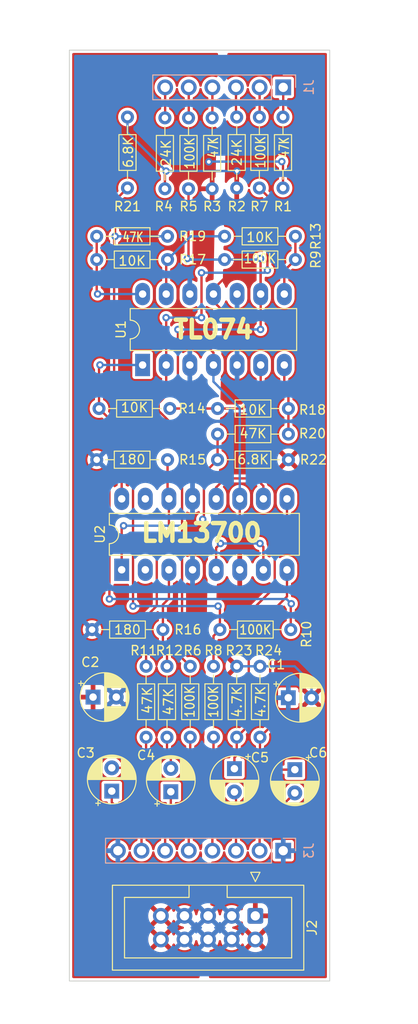
<source format=kicad_pcb>
(kicad_pcb (version 20211014) (generator pcbnew)
  (layers (0 "F.Cu" signal) (31 "B.Cu" signal) (34 "B.Paste" user) (35 "F.Paste" user) (36 "B.SilkS" user "B.Silkscreen") (37 "F.SilkS" user "F.Silkscreen") (38 "B.Mask" user) (39 "F.Mask" user) (44 "Edge.Cuts" user))
  (net 0 "")
  (net 1 "GND")
  (net 2 "-12V")
  (net 3 "+12V")
  (net 4 "/IN2")
  (net 5 "Net-(C3-Pad2)")
  (net 6 "/IN1")
  (net 7 "Net-(C4-Pad2)")
  (net 8 "Net-(C5-Pad1)")
  (net 9 "/OUT2")
  (net 10 "Net-(C6-Pad1)")
  (net 11 "/OUT1")
  (net 12 "/POT1_CW")
  (net 13 "/POT1_CCW")
  (net 14 "/POT2_CW")
  (net 15 "/POT2_CCW")
  (net 16 "/POT2")
  (net 17 "/MOD2")
  (net 18 "/POT1")
  (net 19 "/MOD1")
  (net 20 "Net-(R12-Pad1)")
  (net 21 "Net-(R19-Pad1)")
  (net 23 "Net-(U2-Pad5)")
  (net 24 "Net-(U2-Pad10)")
  (net 26 "/SUM1")
  (net 27 "/SUM2")
  (net 28 "/V2A")
  (net 29 "/V1A")
  (net 30 "/V2B")
  (net 31 "/V1B")
  (net 32 "/V2C")
  (net 33 "/V1C")
  (net 34 "Net-(R11-Pad1)")
  (net 35 "/V1D")
  (footprint "Resistor_THT:R_Axial_DIN0204_L3.6mm_D1.6mm_P7.62mm_Horizontal" (layer "F.Cu") (at 54.559987 77.999996 180)
    (fp_text reference "R22" (at -2.69 0) (layer "F.SilkS"))
    (fp_text value "6.8K" (at 3.81 0.021996) (layer "F.SilkS"))
    (pad "1" thru_hole circle (at 0 0 180) (size 1.4 1.4) (drill 0.7) (layers *.Cu *.Mask) (net 2 "-12V"))
    (pad "2" thru_hole oval (at 7.62 0 180) (size 1.4 1.4) (drill 0.7) (layers *.Cu *.Mask) (net 35 "/V1D"))
  )
  (footprint "Package_DIP:DIP-14_W7.62mm_LongPads" (layer "F.Cu") (at 38.875 67.825 90)
    (fp_text reference "U1" (at 3.81 -2.33 90) (layer "F.SilkS"))
    (fp_text value "TL074")
    (pad "1" thru_hole rect (at 0 0 90) (size 2.4 1.6) (drill 0.8) (layers *.Cu *.Mask) (net 29 "/V1A"))
    (pad "2" thru_hole oval (at 0 2.54 90) (size 2.4 1.6) (drill 0.8) (layers *.Cu *.Mask) (net 26 "/SUM1"))
    (pad "3" thru_hole oval (at 0 5.08 90) (size 2.4 1.6) (drill 0.8) (layers *.Cu *.Mask) (net 1 "GND"))
    (pad "4" thru_hole oval (at 0 7.62 90) (size 2.4 1.6) (drill 0.8) (layers *.Cu *.Mask) (net 3 "+12V"))
    (pad "5" thru_hole oval (at 0 10.16 90) (size 2.4 1.6) (drill 0.8) (layers *.Cu *.Mask) (net 1 "GND"))
    (pad "6" thru_hole oval (at 0 12.7 90) (size 2.4 1.6) (drill 0.8) (layers *.Cu *.Mask) (net 31 "/V1B"))
    (pad "7" thru_hole oval (at 0 15.24 90) (size 2.4 1.6) (drill 0.8) (layers *.Cu *.Mask) (net 33 "/V1C"))
    (pad "8" thru_hole oval (at 7.62 15.24 90) (size 2.4 1.6) (drill 0.8) (layers *.Cu *.Mask) (net 28 "/V2A"))
    (pad "9" thru_hole oval (at 7.62 12.7 90) (size 2.4 1.6) (drill 0.8) (layers *.Cu *.Mask) (net 27 "/SUM2"))
    (pad "10" thru_hole oval (at 7.62 10.16 90) (size 2.4 1.6) (drill 0.8) (layers *.Cu *.Mask) (net 1 "GND"))
    (pad "11" thru_hole oval (at 7.62 7.62 90) (size 2.4 1.6) (drill 0.8) (layers *.Cu *.Mask) (net 2 "-12V"))
    (pad "12" thru_hole oval (at 7.62 5.08 90) (size 2.4 1.6) (drill 0.8) (layers *.Cu *.Mask) (net 1 "GND"))
    (pad "13" thru_hole oval (at 7.62 2.54 90) (size 2.4 1.6) (drill 0.8) (layers *.Cu *.Mask) (net 30 "/V2B"))
    (pad "14" thru_hole oval (at 7.62 0 90) (size 2.4 1.6) (drill 0.8) (layers *.Cu *.Mask) (net 32 "/V2C"))
  )
  (footprint "Package_DIP:DIP-16_W7.62mm_LongPads" (layer "F.Cu") (at 36.625 89.825 90)
    (fp_text reference "U2" (at 3.81 -2.33 90) (layer "F.SilkS"))
    (fp_text value "LM13700")
    (pad "1" thru_hole rect (at 0 0 90) (size 2.4 1.6) (drill 0.8) (layers *.Cu *.Mask) (net 35 "/V1D"))
    (pad "2" thru_hole oval (at 0 2.54 90) (size 2.4 1.6) (drill 0.8) (layers *.Cu *.Mask))
    (pad "3" thru_hole oval (at 0 5.08 90) (size 2.4 1.6) (drill 0.8) (layers *.Cu *.Mask) (net 20 "Net-(R12-Pad1)"))
    (pad "4" thru_hole oval (at 0 7.62 90) (size 2.4 1.6) (drill 0.8) (layers *.Cu *.Mask) (net 1 "GND"))
    (pad "5" thru_hole oval (at 0 10.16 90) (size 2.4 1.6) (drill 0.8) (layers *.Cu *.Mask) (net 23 "Net-(U2-Pad5)"))
    (pad "6" thru_hole oval (at 0 12.7 90) (size 2.4 1.6) (drill 0.8) (layers *.Cu *.Mask) (net 2 "-12V"))
    (pad "7" thru_hole oval (at 0 15.24 90) (size 2.4 1.6) (drill 0.8) (layers *.Cu *.Mask) (net 23 "Net-(U2-Pad5)"))
    (pad "8" thru_hole oval (at 0 17.78 90) (size 2.4 1.6) (drill 0.8) (layers *.Cu *.Mask) (net 10 "Net-(C6-Pad1)"))
    (pad "9" thru_hole oval (at 7.62 17.78 90) (size 2.4 1.6) (drill 0.8) (layers *.Cu *.Mask) (net 8 "Net-(C5-Pad1)"))
    (pad "10" thru_hole oval (at 7.62 15.24 90) (size 2.4 1.6) (drill 0.8) (layers *.Cu *.Mask) (net 24 "Net-(U2-Pad10)"))
    (pad "11" thru_hole oval (at 7.62 12.7 90) (size 2.4 1.6) (drill 0.8) (layers *.Cu *.Mask) (net 3 "+12V"))
    (pad "12" thru_hole oval (at 7.62 10.16 90) (size 2.4 1.6) (drill 0.8) (layers *.Cu *.Mask) (net 24 "Net-(U2-Pad10)"))
    (pad "13" thru_hole oval (at 7.62 7.62 90) (size 2.4 1.6) (drill 0.8) (layers *.Cu *.Mask) (net 1 "GND"))
    (pad "14" thru_hole oval (at 7.62 5.08 90) (size 2.4 1.6) (drill 0.8) (layers *.Cu *.Mask) (net 34 "Net-(R11-Pad1)"))
    (pad "15" thru_hole oval (at 7.62 2.54 90) (size 2.4 1.6) (drill 0.8) (layers *.Cu *.Mask))
    (pad "16" thru_hole oval (at 7.62 0 90) (size 2.4 1.6) (drill 0.8) (layers *.Cu *.Mask) (net 21 "Net-(R19-Pad1)"))
  )
  (footprint "Resistor_THT:R_Axial_DIN0204_L3.6mm_D1.6mm_P7.62mm_Horizontal" (layer "F.Cu") (at 37.249989 41.190012 -90)
    (fp_text reference "R21" (at 9.609988 0 180) (layer "F.SilkS"))
    (fp_text value "6.8K" (at 3.768 -0.088011 90) (layer "F.SilkS"))
    (pad "1" thru_hole circle (at 0 0 270) (size 1.4 1.4) (drill 0.7) (layers *.Cu *.Mask) (net 2 "-12V"))
    (pad "2" thru_hole oval (at 7.62 0 270) (size 1.4 1.4) (drill 0.7) (layers *.Cu *.Mask) (net 21 "Net-(R19-Pad1)"))
  )
  (footprint "Resistor_THT:R_Axial_DIN0204_L3.6mm_D1.6mm_P7.62mm_Horizontal" (layer "F.Cu") (at 41.499993 100.189995 -90)
    (fp_text reference "R12" (at -1.69 -0.25 180) (layer "F.SilkS"))
    (fp_text value "47K" (at 3.81 -0.168007 90) (layer "F.SilkS"))
    (pad "1" thru_hole circle (at 0 0 270) (size 1.4 1.4) (drill 0.7) (layers *.Cu *.Mask) (net 20 "Net-(R12-Pad1)"))
    (pad "2" thru_hole oval (at 7.62 0 270) (size 1.4 1.4) (drill 0.7) (layers *.Cu *.Mask) (net 7 "Net-(C4-Pad2)"))
  )
  (footprint "Capacitor_THT:CP_Radial_D5.0mm_P2.50mm" (layer "F.Cu") (at 41.91 113.665 90)
    (fp_text reference "C4" (at 3.915 -2.66 180) (layer "F.SilkS"))
    (fp_text value "2.2uF")
    (pad "1" thru_hole rect (at 0 0 90) (size 1.6 1.6) (drill 0.8) (layers *.Cu *.Mask) (net 6 "/IN1"))
    (pad "2" thru_hole circle (at 2.5 0 90) (size 1.6 1.6) (drill 0.8) (layers *.Cu *.Mask) (net 7 "Net-(C4-Pad2)"))
  )
  (footprint "Resistor_THT:R_Axial_DIN0204_L3.6mm_D1.6mm_P7.62mm_Horizontal" (layer "F.Cu") (at 51.435 41.190012 -90)
    (fp_text reference "R7" (at 9.609988 0 180) (layer "F.SilkS"))
    (fp_text value "100K" (at 3.767988 -0.127 90) (layer "F.SilkS") (effects (font (size 1 0.889))))
    (pad "1" thru_hole circle (at 0 0 270) (size 1.4 1.4) (drill 0.7) (layers *.Cu *.Mask) (net 18 "/POT1"))
    (pad "2" thru_hole oval (at 7.62 0 270) (size 1.4 1.4) (drill 0.7) (layers *.Cu *.Mask) (net 26 "/SUM1"))
  )
  (footprint "Resistor_THT:R_Axial_DIN0204_L3.6mm_D1.6mm_P7.62mm_Horizontal" (layer "F.Cu") (at 33.439989 96.249998)
    (fp_text reference "R16" (at 10.31 0) (layer "F.SilkS"))
    (fp_text value "180" (at 3.81 0.016002) (layer "F.SilkS"))
    (pad "1" thru_hole circle (at 0 0) (size 1.4 1.4) (drill 0.7) (layers *.Cu *.Mask) (net 1 "GND"))
    (pad "2" thru_hole oval (at 7.62 0) (size 1.4 1.4) (drill 0.7) (layers *.Cu *.Mask) (net 20 "Net-(R12-Pad1)"))
  )
  (footprint "Resistor_THT:R_Axial_DIN0204_L3.6mm_D1.6mm_P7.62mm_Horizontal" (layer "F.Cu") (at 43.815 41.275 -90)
    (fp_text reference "R5" (at 9.525 0 180) (layer "F.SilkS"))
    (fp_text value "100K" (at 3.81 -0.127 90) (layer "F.SilkS") (effects (font (size 1 0.889))))
    (pad "1" thru_hole circle (at 0 0 270) (size 1.4 1.4) (drill 0.7) (layers *.Cu *.Mask) (net 16 "/POT2"))
    (pad "2" thru_hole oval (at 7.62 0 270) (size 1.4 1.4) (drill 0.7) (layers *.Cu *.Mask) (net 27 "/SUM2"))
  )
  (footprint "Resistor_THT:R_Axial_DIN0204_L3.6mm_D1.6mm_P7.62mm_Horizontal" (layer "F.Cu") (at 33.939988 77.999996)
    (fp_text reference "R15" (at 10.31 0) (layer "F.SilkS"))
    (fp_text value "180" (at 3.81 -0.021996) (layer "F.SilkS"))
    (pad "1" thru_hole circle (at 0 0) (size 1.4 1.4) (drill 0.7) (layers *.Cu *.Mask) (net 1 "GND"))
    (pad "2" thru_hole oval (at 7.62 0) (size 1.4 1.4) (drill 0.7) (layers *.Cu *.Mask) (net 34 "Net-(R11-Pad1)"))
  )
  (footprint "Capacitor_THT:CP_Radial_D5.0mm_P2.50mm" (layer "F.Cu") (at 33.544888 103.5)
    (fp_text reference "C2" (at -0.294888 -3.75) (layer "F.SilkS"))
    (fp_text value "47uF")
    (pad "1" thru_hole rect (at 0 0) (size 1.6 1.6) (drill 0.8) (layers *.Cu *.Mask) (net 3 "+12V"))
    (pad "2" thru_hole circle (at 2.5 0) (size 1.6 1.6) (drill 0.8) (layers *.Cu *.Mask) (net 1 "GND"))
  )
  (footprint "Capacitor_THT:CP_Radial_D5.0mm_P2.50mm" (layer "F.Cu") (at 35.56 113.600113 90)
    (fp_text reference "C3" (at 4.100113 -2.81 180) (layer "F.SilkS"))
    (fp_text value "2.2uF")
    (pad "1" thru_hole rect (at 0 0 90) (size 1.6 1.6) (drill 0.8) (layers *.Cu *.Mask) (net 4 "/IN2"))
    (pad "2" thru_hole circle (at 2.5 0 90) (size 1.6 1.6) (drill 0.8) (layers *.Cu *.Mask) (net 5 "Net-(C3-Pad2)"))
  )
  (footprint "Resistor_THT:R_Axial_DIN0204_L3.6mm_D1.6mm_P7.62mm_Horizontal" (layer "F.Cu") (at 41.559988 56.499989 180)
    (fp_text reference "R17" (at -2.69 0) (layer "F.SilkS"))
    (fp_text value "10K" (at 3.81 -0.142011) (layer "F.SilkS"))
    (pad "1" thru_hole circle (at 0 0 180) (size 1.4 1.4) (drill 0.7) (layers *.Cu *.Mask) (net 30 "/V2B"))
    (pad "2" thru_hole oval (at 7.62 0 180) (size 1.4 1.4) (drill 0.7) (layers *.Cu *.Mask) (net 32 "/V2C"))
  )
  (footprint "Resistor_THT:R_Axial_DIN0204_L3.6mm_D1.6mm_P7.62mm_Horizontal" (layer "F.Cu") (at 46.939987 72.500007)
    (fp_text reference "R18" (at 10.21 0.144 180) (layer "F.SilkS"))
    (fp_text value "10K" (at 3.81 0.143993) (layer "F.SilkS"))
    (pad "1" thru_hole circle (at 0 0) (size 1.4 1.4) (drill 0.7) (layers *.Cu *.Mask) (net 31 "/V1B"))
    (pad "2" thru_hole oval (at 7.62 0) (size 1.4 1.4) (drill 0.7) (layers *.Cu *.Mask) (net 33 "/V1C"))
  )
  (footprint "Resistor_THT:R_Axial_DIN0204_L3.6mm_D1.6mm_P7.62mm_Horizontal" (layer "F.Cu") (at 46.500009 107.809995 90)
    (fp_text reference "R8" (at 9.31 0 180) (layer "F.SilkS"))
    (fp_text value "100K" (at 3.81 -0.00602 90) (layer "F.SilkS") (effects (font (size 1 0.889))))
    (pad "1" thru_hole circle (at 0 0 90) (size 1.4 1.4) (drill 0.7) (layers *.Cu *.Mask) (net 19 "/MOD1"))
    (pad "2" thru_hole oval (at 7.62 0 90) (size 1.4 1.4) (drill 0.7) (layers *.Cu *.Mask) (net 26 "/SUM1"))
  )
  (footprint "Resistor_THT:R_Axial_DIN0204_L3.6mm_D1.6mm_P7.62mm_Horizontal" (layer "F.Cu") (at 55.309999 53.999994 180)
    (fp_text reference "R13" (at -2.19 0 90) (layer "F.SilkS"))
    (fp_text value "10K" (at 3.81 -0.102006) (layer "F.SilkS"))
    (pad "1" thru_hole circle (at 0 0 180) (size 1.4 1.4) (drill 0.7) (layers *.Cu *.Mask) (net 28 "/V2A"))
    (pad "2" thru_hole oval (at 7.62 0 180) (size 1.4 1.4) (drill 0.7) (layers *.Cu *.Mask) (net 30 "/V2B"))
  )
  (footprint "Resistor_THT:R_Axial_DIN0204_L3.6mm_D1.6mm_P7.62mm_Horizontal" (layer "F.Cu") (at 41.275 41.275 -90)
    (fp_text reference "R4" (at 9.525 0.127 180) (layer "F.SilkS"))
    (fp_text value "24K" (at 3.81 -0.127 90) (layer "F.SilkS"))
    (pad "1" thru_hole circle (at 0 0 270) (size 1.4 1.4) (drill 0.7) (layers *.Cu *.Mask) (net 15 "/POT2_CCW"))
    (pad "2" thru_hole oval (at 7.62 0 270) (size 1.4 1.4) (drill 0.7) (layers *.Cu *.Mask) (net 2 "-12V"))
  )
  (footprint "Resistor_THT:R_Axial_DIN0204_L3.6mm_D1.6mm_P7.62mm_Horizontal" (layer "F.Cu") (at 43.999988 107.809995 90)
    (fp_text reference "R6" (at 9.31 0.25 180) (layer "F.SilkS"))
    (fp_text value "100K" (at 3.81 -0.045999 90) (layer "F.SilkS") (effects (font (size 1 0.889))))
    (pad "1" thru_hole circle (at 0 0 90) (size 1.4 1.4) (drill 0.7) (layers *.Cu *.Mask) (net 17 "/MOD2"))
    (pad "2" thru_hole oval (at 7.62 0 90) (size 1.4 1.4) (drill 0.7) (layers *.Cu *.Mask) (net 27 "/SUM2"))
  )
  (footprint "Resistor_THT:R_Axial_DIN0204_L3.6mm_D1.6mm_P7.62mm_Horizontal" (layer "F.Cu") (at 34.19 72.500007)
    (fp_text reference "R14" (at 10.006 0) (layer "F.SilkS"))
    (fp_text value "10K" (at 3.81 -0.110007) (layer "F.SilkS"))
    (pad "1" thru_hole circle (at 0 0) (size 1.4 1.4) (drill 0.7) (layers *.Cu *.Mask) (net 29 "/V1A"))
    (pad "2" thru_hole oval (at 7.62 0) (size 1.4 1.4) (drill 0.7) (layers *.Cu *.Mask) (net 31 "/V1B"))
  )
  (footprint "Capacitor_THT:CP_Radial_D5.0mm_P2.50mm" (layer "F.Cu") (at 54.544888 103.569887)
    (fp_text reference "C1" (at -1.304775 -3.569887) (layer "F.SilkS"))
    (fp_text value "47uF")
    (pad "1" thru_hole rect (at 0 0) (size 1.6 1.6) (drill 0.8) (layers *.Cu *.Mask) (net 1 "GND"))
    (pad "2" thru_hole circle (at 2.5 0) (size 1.6 1.6) (drill 0.8) (layers *.Cu *.Mask) (net 2 "-12V"))
  )
  (footprint "Resistor_THT:R_Axial_DIN0204_L3.6mm_D1.6mm_P7.62mm_Horizontal" (layer "F.Cu") (at 46.355 41.275 -90)
    (fp_text reference "R3" (at 9.525 0 180) (layer "F.SilkS"))
    (fp_text value "47K" (at 3.175 -0.127 90) (layer "F.SilkS") (effects (font (size 1 0.762))))
    (pad "1" thru_hole circle (at 0 0 270) (size 1.4 1.4) (drill 0.7) (layers *.Cu *.Mask) (net 14 "/POT2_CW"))
    (pad "2" thru_hole oval (at 7.62 0 270) (size 1.4 1.4) (drill 0.7) (layers *.Cu *.Mask) (net 3 "+12V"))
  )
  (footprint "Capacitor_THT:CP_Radial_D5.0mm_P2.50mm" (layer "F.Cu") (at 48.75 111.189888 -90)
    (fp_text reference "C5" (at -1.189888 -2.74 180) (layer "F.SilkS"))
    (fp_text value "2.2uF")
    (pad "1" thru_hole rect (at 0 0 270) (size 1.6 1.6) (drill 0.8) (layers *.Cu *.Mask) (net 8 "Net-(C5-Pad1)"))
    (pad "2" thru_hole circle (at 2.5 0 270) (size 1.6 1.6) (drill 0.8) (layers *.Cu *.Mask) (net 9 "/OUT2"))
  )
  (footprint "Resistor_THT:R_Axial_DIN0204_L3.6mm_D1.6mm_P7.62mm_Horizontal" (layer "F.Cu") (at 47.689999 56.499989)
    (fp_text reference "R9" (at 9.81 0 90) (layer "F.SilkS"))
    (fp_text value "100K" (at 3.81 -0.112) (layer "F.SilkS") (effects (font (size 1 0.889))))
    (pad "1" thru_hole circle (at 0 0) (size 1.4 1.4) (drill 0.7) (layers *.Cu *.Mask) (net 27 "/SUM2"))
    (pad "2" thru_hole oval (at 7.62 0) (size 1.4 1.4) (drill 0.7) (layers *.Cu *.Mask) (net 28 "/V2A"))
  )
  (footprint "Resistor_THT:R_Axial_DIN0204_L3.6mm_D1.6mm_P7.62mm_Horizontal" (layer "F.Cu") (at 39.25001 100.189995 -90)
    (fp_text reference "R11" (at -1.69 0.25 180) (layer "F.SilkS"))
    (fp_text value "47K" (at 3.660005 -0.13199 90) (layer "F.SilkS"))
    (pad "1" thru_hole circle (at 0 0 270) (size 1.4 1.4) (drill 0.7) (layers *.Cu *.Mask) (net 34 "Net-(R11-Pad1)"))
    (pad "2" thru_hole oval (at 7.62 0 270) (size 1.4 1.4) (drill 0.7) (layers *.Cu *.Mask) (net 5 "Net-(C3-Pad2)"))
  )
  (footprint "Resistor_THT:R_Axial_DIN0204_L3.6mm_D1.6mm_P7.62mm_Horizontal" (layer "F.Cu") (at 47.19 96.249998)
    (fp_text reference "R10" (at 9.31 0.5 90) (layer "F.SilkS"))
    (fp_text value "100K" (at 3.81 0.016002) (layer "F.SilkS") (effects (font (size 1 0.889))))
    (pad "1" thru_hole circle (at 0 0) (size 1.4 1.4) (drill 0.7) (layers *.Cu *.Mask) (net 26 "/SUM1"))
    (pad "2" thru_hole oval (at 7.62 0) (size 1.4 1.4) (drill 0.7) (layers *.Cu *.Mask) (net 29 "/V1A"))
  )
  (footprint "Resistor_THT:R_Axial_DIN0204_L3.6mm_D1.6mm_P7.62mm_Horizontal" (layer "F.Cu") (at 41.559988 53.999994 180)
    (fp_text reference "R19" (at -2.69 0) (layer "F.SilkS"))
    (fp_text value "47K" (at 3.713988 -0.102006) (layer "F.SilkS") (effects (font (size 1 0.762))))
    (pad "1" thru_hole circle (at 0 0 180) (size 1.4 1.4) (drill 0.7) (layers *.Cu *.Mask) (net 21 "Net-(R19-Pad1)"))
    (pad "2" thru_hole oval (at 7.62 0 180) (size 1.4 1.4) (drill 0.7) (layers *.Cu *.Mask) (net 32 "/V2C"))
  )
  (footprint "Resistor_THT:R_Axial_DIN0204_L3.6mm_D1.6mm_P7.62mm_Horizontal" (layer "F.Cu") (at 51.499999 100.189995 -90)
    (fp_text reference "R24" (at -1.69 -0.92) (layer "F.SilkS"))
    (fp_text value "4.7K" (at 3.81 -0.074001 90) (layer "F.SilkS"))
    (pad "1" thru_hole circle (at 0 0 270) (size 1.4 1.4) (drill 0.7) (layers *.Cu *.Mask) (net 2 "-12V"))
    (pad "2" thru_hole oval (at 7.62 0 270) (size 1.4 1.4) (drill 0.7) (layers *.Cu *.Mask) (net 10 "Net-(C6-Pad1)"))
  )
  (footprint "Resistor_THT:R_Axial_DIN0204_L3.6mm_D1.6mm_P7.62mm_Horizontal" (layer "F.Cu") (at 49.000004 41.190012 -90)
    (fp_text reference "R2" (at 9.609988 0 180) (layer "F.SilkS"))
    (fp_text value "24K" (at 3.81 -0.021996 90) (layer "F.SilkS"))
    (pad "1" thru_hole circle (at 0 0 270) (size 1.4 1.4) (drill 0.7) (layers *.Cu *.Mask) (net 13 "/POT1_CCW"))
    (pad "2" thru_hole oval (at 7.62 0 270) (size 1.4 1.4) (drill 0.7) (layers *.Cu *.Mask) (net 2 "-12V"))
  )
  (footprint "Capacitor_THT:CP_Radial_D5.0mm_P2.50mm" (layer "F.Cu") (at 55.25 111.294888 -90)
    (fp_text reference "C6" (at -1.824888 -2.505 180) (layer "F.SilkS"))
    (fp_text value "2.2uF")
    (pad "1" thru_hole rect (at 0 0 270) (size 1.6 1.6) (drill 0.8) (layers *.Cu *.Mask) (net 10 "Net-(C6-Pad1)"))
    (pad "2" thru_hole circle (at 2.5 0 270) (size 1.6 1.6) (drill 0.8) (layers *.Cu *.Mask) (net 11 "/OUT1"))
  )
  (footprint "Resistor_THT:R_Axial_DIN0204_L3.6mm_D1.6mm_P7.62mm_Horizontal" (layer "F.Cu") (at 53.975 41.190012 -90)
    (fp_text reference "R1" (at 9.609988 0 180) (layer "F.SilkS"))
    (fp_text value "47K" (at 3.259988 -0.127 90) (layer "F.SilkS") (effects (font (size 1 0.762))))
    (pad "1" thru_hole circle (at 0 0 270) (size 1.4 1.4) (drill 0.7) (layers *.Cu *.Mask) (net 12 "/POT1_CW"))
    (pad "2" thru_hole oval (at 7.62 0 270) (size 1.4 1.4) (drill 0.7) (layers *.Cu *.Mask) (net 3 "+12V"))
  )
  (footprint "Connector_IDC:IDC-Header_2x05_P2.54mm_Vertical" (layer "F.Cu") (at 51 127 -90)
    (fp_text reference "J2" (at 1.27 -6.1 90) (layer "F.SilkS"))
    (fp_text value "Conn_02x05_Odd_Even")
    (pad "1" thru_hole roundrect (at 0 0 270) (size 1.7 1.7) (drill 1) (layers *.Cu *.Mask) (roundrect_rratio 0.1470588235) (net 2 "-12V"))
    (pad "2" thru_hole circle (at 2.54 0 270) (size 1.7 1.7) (drill 1) (layers *.Cu *.Mask) (net 2 "-12V"))
    (pad "3" thru_hole circle (at 0 2.54 270) (size 1.7 1.7) (drill 1) (layers *.Cu *.Mask) (net 1 "GND"))
    (pad "4" thru_hole circle (at 2.54 2.54 270) (size 1.7 1.7) (drill 1) (layers *.Cu *.Mask) (net 1 "GND"))
    (pad "5" thru_hole circle (at 0 5.08 270) (size 1.7 1.7) (drill 1) (layers *.Cu *.Mask) (net 1 "GND"))
    (pad "6" thru_hole circle (at 2.54 5.08 270) (size 1.7 1.7) (drill 1) (layers *.Cu *.Mask) (net 1 "GND"))
    (pad "7" thru_hole circle (at 0 7.62 270) (size 1.7 1.7) (drill 1) (layers *.Cu *.Mask) (net 1 "GND"))
    (pad "8" thru_hole circle (at 2.54 7.62 270) (size 1.7 1.7) (drill 1) (layers *.Cu *.Mask) (net 1 "GND"))
    (pad "9" thru_hole circle (at 0 10.16 270) (size 1.7 1.7) (drill 1) (layers *.Cu *.Mask) (net 3 "+12V"))
    (pad "10" thru_hole circle (at 2.54 10.16 270) (size 1.7 1.7) (drill 1) (layers *.Cu *.Mask) (net 3 "+12V"))
  )
  (footprint "Resistor_THT:R_Axial_DIN0204_L3.6mm_D1.6mm_P7.62mm_Horizontal" (layer "F.Cu") (at 49.000004 100.189995 -90)
    (fp_text reference "R23" (at -1.69 -0.25) (layer "F.SilkS"))
    (fp_text value "4.7K" (at 3.81 -0.033996 90) (layer "F.SilkS"))
    (pad "1" thru_hole circle (at 0 0 270) (size 1.4 1.4) (drill 0.7) (layers *.Cu *.Mask) (net 2 "-12V"))
    (pad "2" thru_hole oval (at 7.62 0 270) (size 1.4 1.4) (drill 0.7) (layers *.Cu *.Mask) (net 8 "Net-(C5-Pad1)"))
  )
  (footprint "Resistor_THT:R_Axial_DIN0204_L3.6mm_D1.6mm_P7.62mm_Horizontal" (layer "F.Cu") (at 46.939987 75.249989)
    (fp_text reference "R20" (at 10.21 -0.066 180) (layer "F.SilkS"))
    (fp_text value "47K" (at 3.81 -0.065989) (layer "F.SilkS"))
    (pad "1" thru_hole circle (at 0 0) (size 1.4 1.4) (drill 0.7) (layers *.Cu *.Mask) (net 35 "/V1D"))
    (pad "2" thru_hole oval (at 7.62 0) (size 1.4 1.4) (drill 0.7) (layers *.Cu *.Mask) (net 33 "/V1C"))
  )
  (footprint "Connector_PinSocket_2.54mm:PinSocket_1x08_P2.54mm_Vertical" (layer "B.Cu") (at 54 120 90)
    (fp_text reference "J3" (at 0 2.77 90) (layer "B.SilkS") (effects (justify mirror)))
    (fp_text value "Conn_01x08")
    (pad "1" thru_hole rect (at 0 0 90) (size 1.7 1.7) (drill 1) (layers *.Cu *.Mask) (net 1 "GND"))
    (pad "2" thru_hole oval (at 0 -2.54 90) (size 1.7 1.7) (drill 1) (layers *.Cu *.Mask) (net 11 "/OUT1"))
    (pad "3" thru_hole oval (at 0 -5.08 90) (size 1.7 1.7) (drill 1) (layers *.Cu *.Mask) (net 9 "/OUT2"))
    (pad "4" thru_hole oval (at 0 -7.62 90) (size 1.7 1.7) (drill 1) (layers *.Cu *.Mask) (net 19 "/MOD1"))
    (pad "5" thru_hole oval (at 0 -10.16 90) (size 1.7 1.7) (drill 1) (layers *.Cu *.Mask) (net 17 "/MOD2"))
    (pad "6" thru_hole oval (at 0 -12.7 90) (size 1.7 1.7) (drill 1) (layers *.Cu *.Mask) (net 6 "/IN1"))
    (pad "7" thru_hole oval (at 0 -15.24 90) (size 1.7 1.7) (drill 1) (layers *.Cu *.Mask) (net 4 "/IN2"))
    (pad "8" thru_hole oval (at 0 -17.78 90) (size 1.7 1.7) (drill 1) (layers *.Cu *.Mask) (net 1 "GND"))
  )
  (footprint "Connector_PinSocket_2.54mm:PinSocket_1x06_P2.54mm_Vertical" (layer "B.Cu") (at 54 38 90)
    (fp_text reference "J1" (at 0 2.77 90) (layer "B.SilkS") (effects (justify mirror)))
    (fp_text value "Conn_01x06")
    (pad "1" thru_hole rect (at 0 0 90) (size 1.7 1.7) (drill 1) (layers *.Cu *.Mask) (net 12 "/POT1_CW"))
    (pad "2" thru_hole oval (at 0 -2.54 90) (size 1.7 1.7) (drill 1) (layers *.Cu *.Mask) (net 18 "/POT1"))
    (pad "3" thru_hole oval (at 0 -5.08 90) (size 1.7 1.7) (drill 1) (layers *.Cu *.Mask) (net 13 "/POT1_CCW"))
    (pad "4" thru_hole oval (at 0 -7.62 90) (size 1.7 1.7) (drill 1) (layers *.Cu *.Mask) (net 14 "/POT2_CW"))
    (pad "5" thru_hole oval (at 0 -10.16 90) (size 1.7 1.7) (drill 1) (layers *.Cu *.Mask) (net 16 "/POT2"))
    (pad "6" thru_hole oval (at 0 -12.7 90) (size 1.7 1.7) (drill 1) (layers *.Cu *.Mask) (net 15 "/POT2_CCW"))
  )
  (gr_rect (start 31 34) (end 59 134) (layer "Edge.Cuts") (width 0.1) (fill none))
  (gr_text "TL074" (at 46.482 64.008) (layer "F.SilkS") (effects (font (size 1.905 1.905) (thickness 0.47625))))
  (gr_text "LM13700" (at 45.212 85.852) (layer "F.SilkS") (effects (font (size 1.905 1.905) (thickness 0.47625))))
  (segment (start 41.275 47.117) (end 41.402 46.99) (width 0.25) (layer "F.Cu") (net 2))
  (segment (start 49.022 46.99) (end 49.022 48.788) (width 0.25) (layer "F.Cu") (net 2))
  (segment (start 46.495 59.677) (end 48.006 58.166) (width 0.25) (layer "F.Cu") (net 2))
  (segment (start 41.275 48.895) (end 41.275 47.117) (width 0.25) (layer "F.Cu") (net 2))
  (segment (start 46.495 60.995) (end 47.75 62.25) (width 0.25) (layer "F.Cu") (net 2))
  (via (at 49.022 46.99) (size 0.8) (drill 0.4) (layers "F.Cu" "B.Cu") (net 2))
  (via (at 41.402 46.99) (size 0.8) (drill 0.4) (layers "F.Cu" "B.Cu") (net 2))
  (segment (start 41.402 46.99) (end 49.022 46.99) (width 0.25) (layer "B.Cu") (net 2))
  (segment (start 55.232 100.19) (end 57.044888 102.002888) (width 0.25) (layer "B.Cu") (net 2))
  (segment (start 57.044888 102.002888) (end 57.044888 103.569887) (width 0.25) (layer "B.Cu") (net 2))
  (segment (start 37.249989 41.190012) (end 37.249989 42.837989) (width 0.25) (layer "B.Cu") (net 2))
  (segment (start 37.249989 42.837989) (end 41.402 46.99) (width 0.25) (layer "B.Cu") (net 2))
  (segment (start 49 100.19) (end 51.5 100.19) (width 0.25) (layer "B.Cu") (net 2))
  (segment (start 51.5 100.19) (end 55.232 100.19) (width 0.25) (layer "B.Cu") (net 2))
  (segment (start 53.975 46.101) (end 53.975 48.81) (width 0.25) (layer "F.Cu") (net 3))
  (segment (start 46.495 66.495) (end 45.5 65.5) (width 0.25) (layer "F.Cu") (net 3))
  (segment (start 46.355 48.895) (end 46.355 46.355) (width 0.25) (layer "F.Cu") (net 3))
  (segment (start 48.75 85) (end 45.75 85) (width 0.25) (layer "F.Cu") (net 3))
  (segment (start 53.848 45.974) (end 53.975 46.101) (width 0.25) (layer "F.Cu") (net 3))
  (segment (start 49.325 84.425) (end 48.75 85) (width 0.25) (layer "F.Cu") (net 3))
  (segment (start 46.355 46.355) (end 46 46) (width 0.25) (layer "F.Cu") (net 3))
  (segment (start 46.495 67.825) (end 46.495 66.495) (width 0.25) (layer "F.Cu") (net 3))
  (segment (start 49.325 82.205) (end 49.325 84.425) (width 0.25) (layer "F.Cu") (net 3))
  (via (at 53.848 45.974) (size 0.8) (drill 0.4) (layers "F.Cu" "B.Cu") (net 3))
  (via (at 46 46) (size 0.8) (drill 0.4) (layers "F.Cu" "B.Cu") (net 3))
  (segment (start 46 46) (end 46.026 45.974) (width 0.25) (layer "B.Cu") (net 3))
  (segment (start 49.325 72.439) (end 46.495 69.609) (width 0.25) (layer "B.Cu") (net 3))
  (segment (start 46.495 69.609) (end 46.495 67.825) (width 0.25) (layer "B.Cu") (net 3))
  (segment (start 49.325 82.205) (end 49.325 72.439) (width 0.25) (layer "B.Cu") (net 3))
  (segment (start 46.026 45.974) (end 53.848 45.974) (width 0.25) (layer "B.Cu") (net 3))
  (segment (start 38.76 120) (end 38.76 118) (width 0.25) (layer "F.Cu") (net 4))
  (segment (start 35.56 114.8) (end 35.56 113.600113) (width 0.25) (layer "F.Cu") (net 4))
  (segment (start 38.76 118) (end 35.56 114.8) (width 0.25) (layer "F.Cu") (net 4))
  (segment (start 39.25 109.25) (end 39.25 107.81) (width 0.25) (layer "F.Cu") (net 5))
  (segment (start 37.399887 111.100113) (end 39.25 109.25) (width 0.25) (layer "F.Cu") (net 5))
  (segment (start 35.56 111.100113) (end 37.399887 111.100113) (width 0.25) (layer "F.Cu") (net 5))
  (segment (start 41.3 120) (end 41.3 116.2) (width 0.25) (layer "F.Cu") (net 6))
  (segment (start 41.3 116.2) (end 41.91 115.59) (width 0.25) (layer "F.Cu") (net 6))
  (segment (start 41.91 113.665) (end 41.91 115.59) (width 0.25) (layer "F.Cu") (net 6))
  (segment (start 41.5 109.25) (end 41.5 107.81) (width 0.25) (layer "F.Cu") (net 7))
  (segment (start 41.91 109.66) (end 41.5 109.25) (width 0.25) (layer "F.Cu") (net 7))
  (segment (start 41.91 111.165) (end 41.91 109.66) (width 0.25) (layer "F.Cu") (net 7))
  (segment (start 48.75 110) (end 49 109.75) (width 0.25) (layer "F.Cu") (net 8))
  (segment (start 53.086 91.694) (end 50.292 94.488) (width 0.25) (layer "F.Cu") (net 8))
  (segment (start 54.405 82.205) (end 54.405 86.311) (width 0.25) (layer "F.Cu") (net 8))
  (segment (start 53.086 87.63) (end 53.086 91.694) (width 0.25) (layer "F.Cu") (net 8))
  (segment (start 50.292 106.518) (end 49 107.81) (width 0.25) (layer "F.Cu") (net 8))
  (segment (start 49 109.75) (end 49 107.81) (width 0.25) (layer "F.Cu") (net 8))
  (segment (start 54.405 86.311) (end 53.086 87.63) (width 0.25) (layer "F.Cu") (net 8))
  (segment (start 48.75 111.189888) (end 48.75 110) (width 0.25) (layer "F.Cu") (net 8))
  (segment (start 50.292 94.488) (end 50.292 106.518) (width 0.25) (layer "F.Cu") (net 8))
  (segment (start 48.92 120) (end 48.92 113.859888) (width 0.25) (layer "F.Cu") (net 9))
  (segment (start 53.544888 111.294888) (end 51.5 109.25) (width 0.25) (layer "F.Cu") (net 10))
  (segment (start 51.5 109.25) (end 51.5 107.81) (width 0.25) (layer "F.Cu") (net 10))
  (segment (start 52.6 106.71) (end 52.6 94.5) (width 0.25) (layer "F.Cu") (net 10))
  (segment (start 51.5 107.81) (end 52.6 106.71) (width 0.25) (layer "F.Cu") (net 10))
  (segment (start 55.25 111.294888) (end 53.544888 111.294888) (width 0.25) (layer "F.Cu") (net 10))
  (segment (start 54.405 92.695) (end 54.405 89.825) (width 0.25) (layer "F.Cu") (net 10))
  (segment (start 52.6 94.5) (end 54.405 92.695) (width 0.25) (layer "F.Cu") (net 10))
  (segment (start 51.46 120) (end 51.46 117.584888) (width 0.25) (layer "F.Cu") (net 11))
  (segment (start 51.46 117.584888) (end 55.25 113.794888) (width 0.25) (layer "F.Cu") (net 11))
  (segment (start 54 38) (end 54 41.165) (width 0.25) (layer "F.Cu") (net 12))
  (segment (start 48.92 38) (end 48.92 41.11) (width 0.25) (layer "F.Cu") (net 13))
  (segment (start 46.38 38) (end 46.38 41.25) (width 0.25) (layer "F.Cu") (net 14))
  (segment (start 41.3 38) (end 41.3 41.25) (width 0.25) (layer "F.Cu") (net 15))
  (segment (start 43.84 38) (end 43.84 41.25) (width 0.25) (layer "F.Cu") (net 16))
  (segment (start 44 115.004) (end 43.84 115.164) (width 0.25) (layer "F.Cu") (net 17))
  (segment (start 43.84 115.164) (end 43.84 120) (width 0.25) (layer "F.Cu") (net 17))
  (segment (start 44 107.81) (end 44 115.004) (width 0.25) (layer "F.Cu") (net 17))
  (segment (start 51.46 38) (end 51.46 41.165) (width 0.25) (layer "F.Cu") (net 18))
  (segment (start 46.38 120) (end 46.38 110.628) (width 0.25) (layer "F.Cu") (net 19))
  (segment (start 46.5 110.508) (end 46.5 107.81) (width 0.25) (layer "F.Cu") (net 19))
  (segment (start 46.38 110.628) (end 46.5 110.508) (width 0.25) (layer "F.Cu") (net 19))
  (segment (start 41.06 96.25) (end 41.06 93.56) (width 0.25) (layer "F.Cu") (net 20))
  (segment (start 41.5 98.2) (end 41.5 100.19) (width 0.25) (layer "F.Cu") (net 20))
  (segment (start 41.06 93.56) (end 41.705 92.915) (width 0.25) (layer "F.Cu") (net 20))
  (segment (start 41.06 97.76) (end 41.5 98.2) (width 0.25) (layer "F.Cu") (net 20))
  (segment (start 41.06 96.25) (end 41.06 97.76) (width 0.25) (layer "F.Cu") (net 20))
  (segment (start 41.705 92.915) (end 41.705 89.825) (width 0.25) (layer "F.Cu") (net 20))
  (segment (start 35.916006 53.999994) (end 35.916006 50.143995) (width 0.25) (layer "F.Cu") (net 21))
  (segment (start 35.916006 50.143995) (end 37.249989 48.810012) (width 0.25) (layer "F.Cu") (net 21))
  (segment (start 35.814 54.102) (end 35.916006 53.999994) (width 0.25) (layer "F.Cu") (net 21))
  (segment (start 35.814 69.342) (end 35.814 54.102) (width 0.25) (layer "F.Cu") (net 21))
  (segment (start 36.625 82.205) (end 36.625 70.153) (width 0.25) (layer "F.Cu") (net 21))
  (segment (start 36.625 70.153) (end 35.814 69.342) (width 0.25) (layer "F.Cu") (net 21))
  (via (at 35.916006 53.999994) (size 0.8) (drill 0.4) (layers "F.Cu" "B.Cu") (net 21))
  (segment (start 41.559988 53.999994) (end 35.916006 53.999994) (width 0.25) (layer "B.Cu") (net 21))
  (segment (start 46.785 89.825) (end 46.785 87.465) (width 0.25) (layer "F.Cu") (net 23))
  (segment (start 51.865 87.365) (end 51.865 89.825) (width 0.25) (layer "F.Cu") (net 23))
  (segment (start 51.5 87) (end 51.865 87.365) (width 0.25) (layer "F.Cu") (net 23))
  (segment (start 46.785 87.465) (end 47.25 87) (width 0.25) (layer "F.Cu") (net 23))
  (via (at 47.25 87) (size 0.8) (drill 0.4) (layers "F.Cu" "B.Cu") (net 23))
  (via (at 51.5 87) (size 0.8) (drill 0.4) (layers "F.Cu" "B.Cu") (net 23))
  (segment (start 47.25 87) (end 51.5 87) (width 0.25) (layer "B.Cu") (net 23))
  (segment (start 51.054 80.01) (end 51.865 80.821) (width 0.25) (layer "F.Cu") (net 24))
  (segment (start 47.752 80.01) (end 51.054 80.01) (width 0.25) (layer "F.Cu") (net 24))
  (segment (start 46.785 80.977) (end 47.752 80.01) (width 0.25) (layer "F.Cu") (net 24))
  (segment (start 51.865 80.821) (end 51.865 82.205) (width 0.25) (layer "F.Cu") (net 24))
  (segment (start 46.785 82.205) (end 46.785 80.977) (width 0.25) (layer "F.Cu") (net 24))
  (segment (start 46.5 96.94) (end 47.19 96.25) (width 0.25) (layer "F.Cu") (net 26))
  (segment (start 37.846 93.726) (end 37.846 73.152) (width 0.25) (layer "F.Cu") (net 26))
  (segment (start 52.299074 57.650133) (end 52.299074 49.674074) (width 0.25) (layer "F.Cu") (net 26))
  (segment (start 47.19 93.926) (end 46.99 93.726) (width 0.25) (layer "F.Cu") (net 26))
  (segment (start 41.415 69.583) (end 41.415 62.751) (width 0.25) (layer "F.Cu") (net 26))
  (segment (start 46.5 100.19) (end 46.5 96.94) (width 0.25) (layer "F.Cu") (net 26))
  (segment (start 47.19 96.25) (end 47.19 93.926) (width 0.25) (layer "F.Cu") (net 26))
  (segment (start 45.212 62.738) (end 45.212 57.912) (width 0.25) (layer "F.Cu") (net 26))
  (segment (start 41.415 62.751) (end 41.402 62.738) (width 0.25) (layer "F.Cu") (net 26))
  (segment (start 41.415 69.583) (end 37.846 73.152) (width 0.25) (layer "F.Cu") (net 26))
  (segment (start 52.299074 49.674074) (end 51.435 48.81) (width 0.25) (layer "F.Cu") (net 26))
  (via (at 45.212 62.738) (size 0.8) (drill 0.4) (layers "F.Cu" "B.Cu") (net 26))
  (via (at 41.402 62.738) (size 0.8) (drill 0.4) (layers "F.Cu" "B.Cu") (net 26))
  (via (at 45.212 57.912) (size 0.8) (drill 0.4) (layers "F.Cu" "B.Cu") (net 26))
  (via (at 46.99 93.726) (size 0.8) (drill 0.4) (layers "F.Cu" "B.Cu") (net 26))
  (via (at 52.299074 57.650133) (size 0.8) (drill 0.4) (layers "F.Cu" "B.Cu") (net 26))
  (via (at 37.846 93.726) (size 0.8) (drill 0.4) (layers "F.Cu" "B.Cu") (net 26))
  (segment (start 46.99 93.726) (end 37.846 93.726) (width 0.25) (layer "B.Cu") (net 26))
  (segment (start 45.212 57.912) (end 52.037207 57.912) (width 0.25) (layer "B.Cu") (net 26))
  (segment (start 41.402 62.738) (end 45.212 62.738) (width 0.25) (layer "B.Cu") (net 26))
  (segment (start 52.037207 57.912) (end 52.299074 57.650133) (width 0.25) (layer "B.Cu") (net 26))
  (segment (start 44 100.19) (end 43.12048 99.31048) (width 0.25) (layer "F.Cu") (net 27))
  (segment (start 51.562 64.008) (end 51.575 63.995) (width 0.25) (layer "F.Cu") (net 27))
  (segment (start 51.575 63.995) (end 51.575 57.675) (width 0.25) (layer "F.Cu") (net 27))
  (segment (start 43.12048 75.259358) (end 40.6 72.738878) (width 0.25) (layer "F.Cu") (net 27))
  (segment (start 40.68 71.842) (end 42.8 69.722) (width 0.25) (layer "F.Cu") (net 27))
  (segment (start 43.815 48.895) (end 43.815 56.261) (width 0.25) (layer "F.Cu") (net 27))
  (segment (start 40.6 71.842) (end 40.68 71.842) (width 0.25) (layer "F.Cu") (net 27))
  (segment (start 51.562 56.388) (end 51.562 60.192) (width 0.25) (layer "F.Cu") (net 27))
  (segment (start 43.12048 99.31048) (end 43.12048 75.259358) (width 0.25) (layer "F.Cu") (net 27))
  (segment (start 40.6 72.738878) (end 40.6 71.842) (width 0.25) (layer "F.Cu") (net 27))
  (segment (start 43.815 56.261) (end 43.688 56.388) (width 0.25) (layer "F.Cu") (net 27))
  (segment (start 42.672 69.85) (end 42.672 64.008) (width 0.25) (layer "F.Cu") (net 27))
  (via (at 51.562 56.388) (size 0.8) (drill 0.4) (layers "F.Cu" "B.Cu") (net 27))
  (via (at 43.688 56.388) (size 0.8) (drill 0.4) (layers "F.Cu" "B.Cu") (net 27))
  (via (at 51.562 64.008) (size 0.8) (drill 0.4) (layers "F.Cu" "B.Cu") (net 27))
  (via (at 42.672 64.008) (size 0.8) (drill 0.4) (layers "F.Cu" "B.Cu") (net 27))
  (segment (start 43.8 56.5) (end 47.69 56.5) (width 0.25) (layer "B.Cu") (net 27))
  (segment (start 47.69 56.5) (end 51.45 56.5) (width 0.25) (layer "B.Cu") (net 27))
  (segment (start 51.45 56.5) (end 51.562 56.388) (width 0.25) (layer "B.Cu") (net 27))
  (segment (start 42.672 64.008) (end 51.562 64.008) (width 0.25) (layer "B.Cu") (net 27))
  (segment (start 54.115 57.695) (end 55.31 56.5) (width 0.25) (layer "F.Cu") (net 28))
  (segment (start 54.115 60.205) (end 54.115 57.695) (width 0.25) (layer "F.Cu") (net 28))
  (segment (start 55.31 54) (end 55.31 56.5) (width 0.25) (layer "F.Cu") (net 28))
  (segment (start 35.306 73.616) (end 35.306 92.964) (width 0.25) (layer "F.Cu") (net 29))
  (segment (start 54.81 93.526) (end 54.864 93.472) (width 0.25) (layer "F.Cu") (net 29))
  (segment (start 34.29 67.818) (end 34.19 67.918) (width 0.25) (layer "F.Cu") (net 29))
  (segment (start 34.19 72.5) (end 35.306 73.616) (width 0.25) (layer "F.Cu") (net 29))
  (segment (start 54.81 96.25) (end 54.81 93.526) (width 0.25) (layer "F.Cu") (net 29))
  (segment (start 34.19 67.918) (end 34.19 72.5) (width 0.25) (layer "F.Cu") (net 29))
  (via (at 54.864 93.472) (size 0.8) (drill 0.4) (layers "F.Cu" "B.Cu") (net 29))
  (via (at 34.29 67.818) (size 0.8) (drill 0.4) (layers "F.Cu" "B.Cu") (net 29))
  (via (at 35.306 92.964) (size 0.8) (drill 0.4) (layers "F.Cu" "B.Cu") (net 29))
  (segment (start 54.864 93.472) (end 54.356 92.964) (width 0.25) (layer "B.Cu") (net 29))
  (segment (start 54.356 92.964) (end 35.306 92.964) (width 0.25) (layer "B.Cu") (net 29))
  (segment (start 34.297 67.825) (end 34.29 67.818) (width 0.25) (layer "B.Cu") (net 29))
  (segment (start 38.875 67.825) (end 34.297 67.825) (width 0.25) (layer "B.Cu") (net 29))
  (segment (start 41.415 60.205) (end 41.415 56.645) (width 0.25) (layer "F.Cu") (net 30))
  (segment (start 44.06 54) (end 41.56 56.5) (width 0.25) (layer "B.Cu") (net 30))
  (segment (start 47.69 54) (end 44.06 54) (width 0.25) (layer "B.Cu") (net 30))
  (segment (start 41.81 72.5) (end 46.94 72.5) (width 0.25) (layer "F.Cu") (net 31))
  (segment (start 51.575 70.625) (end 51.575 67.825) (width 0.25) (layer "F.Cu") (net 31))
  (segment (start 46.94 72.5) (end 49.7 72.5) (width 0.25) (layer "F.Cu") (net 31))
  (segment (start 49.7 72.5) (end 51.575 70.625) (width 0.25) (layer "F.Cu") (net 31))
  (segment (start 34.036 60.198) (end 33.94 60.102) (width 0.25) (layer "F.Cu") (net 32))
  (segment (start 33.94 54) (end 33.94 56.5) (width 0.25) (layer "F.Cu") (net 32))
  (segment (start 33.94 60.102) (end 33.94 56.5) (width 0.25) (layer "F.Cu") (net 32))
  (via (at 34.036 60.198) (size 0.8) (drill 0.4) (layers "F.Cu" "B.Cu") (net 32))
  (segment (start 38.875 60.205) (end 34.043 60.205) (width 0.25) (layer "B.Cu") (net 32))
  (segment (start 34.043 60.205) (end 34.036 60.198) (width 0.25) (layer "B.Cu") (net 32))
  (segment (start 54.56 70.66) (end 54.115 70.215) (width 0.25) (layer "F.Cu") (net 33))
  (segment (start 54.115 67.825) (end 54.115 70.215) (width 0.25) (layer "F.Cu") (net 33))
  (segment (start 54.56 75.25) (end 54.56 72.5) (width 0.25) (layer "F.Cu") (net 33))
  (segment (start 54.56 72.5) (end 54.56 70.66) (width 0.25) (layer "F.Cu") (net 33))
  (segment (start 39.25 94.85) (end 40.4 93.7) (width 0.25) (layer "F.Cu") (net 34))
  (segment (start 40.4 87.1) (end 41.705 85.795) (width 0.25) (layer "F.Cu") (net 34))
  (segment (start 39.25 100.19) (end 39.25 94.85) (width 0.25) (layer "F.Cu") (net 34))
  (segment (start 41.705 85.795) (end 41.705 82.205) (width 0.25) (layer "F.Cu") (net 34))
  (segment (start 41.56 78) (end 41.56 82.06) (width 0.25) (layer "F.Cu") (net 34))
  (segment (start 40.4 93.7) (end 40.4 87.1) (width 0.25) (layer "F.Cu") (net 34))
  (segment (start 45.466 79.474) (end 46.94 78) (width 0.25) (layer "F.Cu") (net 35))
  (segment (start 45.342841 84.400732) (end 45.466 84.277573) (width 0.25) (layer "F.Cu") (net 35))
  (segment (start 46.94 75.25) (end 46.94 78) (width 0.25) (layer "F.Cu") (net 35))
  (segment (start 36.625 85.295) (end 36.83 85.09) (width 0.25) (layer "F.Cu") (net 35))
  (segment (start 36.625 89.825) (end 36.625 85.295) (width 0.25) (layer "F.Cu") (net 35))
  (segment (start 45.466 84.277573) (end 45.466 79.474) (width 0.25) (layer "F.Cu") (net 35))
  (via (at 45.342841 84.400732) (size 0.8) (drill 0.4) (layers "F.Cu" "B.Cu") (net 35))
  (via (at 36.83 85.09) (size 0.8) (drill 0.4) (layers "F.Cu" "B.Cu") (net 35))
  (segment (start 44.653573 85.09) (end 45.342841 84.400732) (width 0.25) (layer "B.Cu") (net 35))
  (segment (start 36.83 85.09) (end 44.653573 85.09) (width 0.25) (layer "B.Cu") (net 35))
  (zone (net 2) (net_name "-12V") (layer "F.Cu") (connect_pads (clearance 0.3048)) (min_thickness 0.254) (fill yes (thermal_gap 0.508) (thermal_bridge_width 0.508))
    (polygon (pts (xy 59 134) (xy 46 134) (xy 48 34) (xy 59 34)))
  )
  (zone (net 3) (net_name "+12V") (layer "F.Cu") (connect_pads (clearance 0.3048)) (min_thickness 0.254) (fill yes (thermal_gap 0.508) (thermal_bridge_width 0.508))
    (polygon (pts (xy 45 134) (xy 31 134) (xy 31 34) (xy 47 34)))
  )
  (zone (net 1) (net_name "GND") (layer "B.Cu") (connect_pads (clearance 0.508)) (min_thickness 0.254) (fill yes (thermal_gap 0.508) (thermal_bridge_width 0.508))
    (polygon (pts (xy 59 134) (xy 31 134) (xy 31 34) (xy 59 34)))
  )
)
</source>
